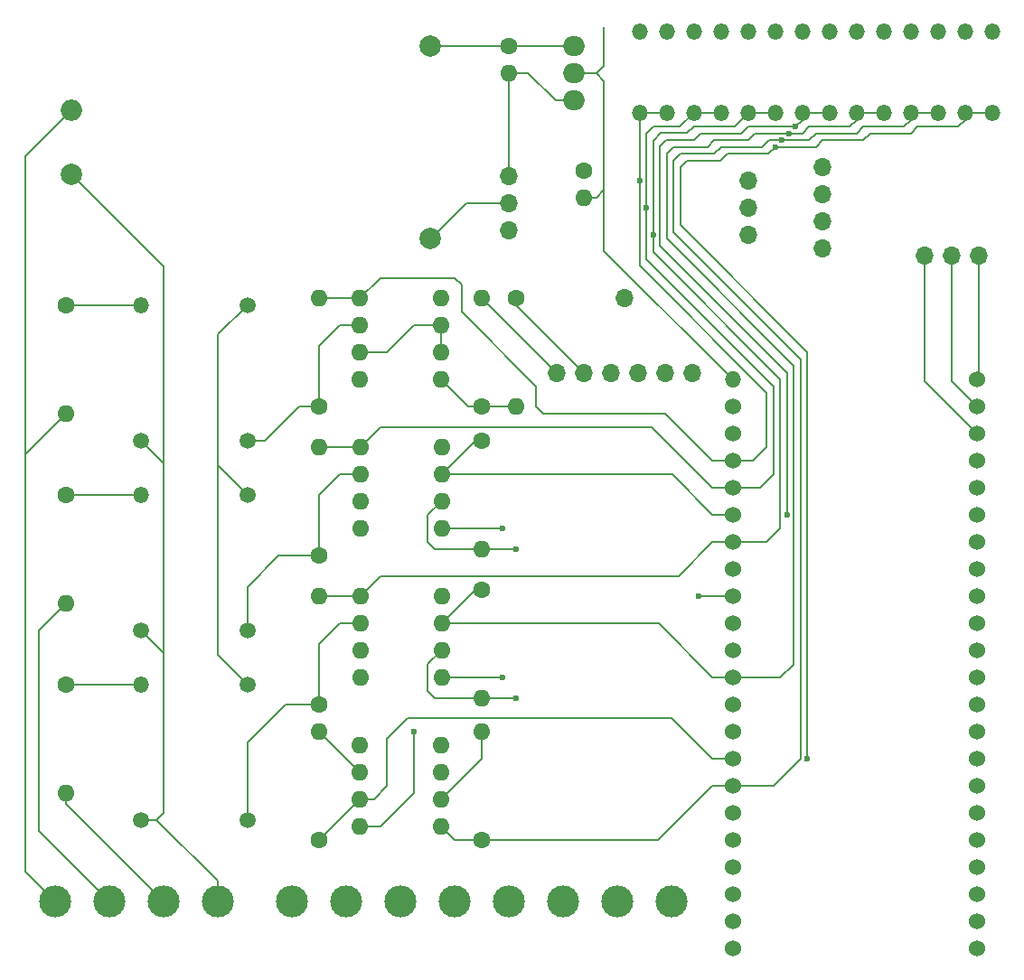
<source format=gbr>
%TF.GenerationSoftware,KiCad,Pcbnew,7.0.10*%
%TF.CreationDate,2024-05-27T19:38:20-03:00*%
%TF.ProjectId,board,626f6172-642e-46b6-9963-61645f706362,1.0*%
%TF.SameCoordinates,Original*%
%TF.FileFunction,Copper,L1,Top*%
%TF.FilePolarity,Positive*%
%FSLAX46Y46*%
G04 Gerber Fmt 4.6, Leading zero omitted, Abs format (unit mm)*
G04 Created by KiCad (PCBNEW 7.0.10) date 2024-05-27 19:38:20*
%MOMM*%
%LPD*%
G01*
G04 APERTURE LIST*
%TA.AperFunction,ComponentPad*%
%ADD10O,2.000000X2.000000*%
%TD*%
%TA.AperFunction,ComponentPad*%
%ADD11C,2.000000*%
%TD*%
%TA.AperFunction,ComponentPad*%
%ADD12O,1.600000X1.600000*%
%TD*%
%TA.AperFunction,ComponentPad*%
%ADD13O,1.500000X1.500000*%
%TD*%
%TA.AperFunction,ComponentPad*%
%ADD14C,1.600000*%
%TD*%
%TA.AperFunction,ComponentPad*%
%ADD15O,1.530000X1.530000*%
%TD*%
%TA.AperFunction,ComponentPad*%
%ADD16C,1.530000*%
%TD*%
%TA.AperFunction,ComponentPad*%
%ADD17O,1.508000X1.508000*%
%TD*%
%TA.AperFunction,ComponentPad*%
%ADD18C,1.508000*%
%TD*%
%TA.AperFunction,ComponentPad*%
%ADD19O,3.000000X3.000000*%
%TD*%
%TA.AperFunction,ComponentPad*%
%ADD20C,3.000000*%
%TD*%
%TA.AperFunction,ComponentPad*%
%ADD21O,1.700000X1.700000*%
%TD*%
%TA.AperFunction,ComponentPad*%
%ADD22O,2.000000X1.905000*%
%TD*%
%TA.AperFunction,ViaPad*%
%ADD23C,0.600000*%
%TD*%
%TA.AperFunction,Conductor*%
%ADD24C,0.200000*%
%TD*%
G04 APERTURE END LIST*
D10*
%TO.P,PS1,1,AC/L*%
%TO.N,Line A*%
X104883000Y-51193600D03*
D11*
%TO.P,PS1,2,AC/N*%
%TO.N,Neutral*%
X104883000Y-57193600D03*
%TO.P,PS1,3,-Vout*%
%TO.N,GND*%
X138483000Y-45193600D03*
%TO.P,PS1,4,+Vout*%
%TO.N,Net-(PS1-+Vout)*%
X138483000Y-63193600D03*
%TD*%
D12*
%TO.P,AMP3,1*%
%TO.N,Wave C*%
X131953000Y-96748600D03*
%TO.P,AMP3,2,-*%
%TO.N,TP C-1*%
X131953000Y-99288600D03*
%TO.P,AMP3,3,+*%
%TO.N,TC A-1*%
X131953000Y-101828600D03*
%TO.P,AMP3,4,V-*%
%TO.N,GND*%
X131953000Y-104368600D03*
%TO.P,AMP3,5,+*%
%TO.N,TC A-1*%
X139573000Y-104368600D03*
%TO.P,AMP3,6,-*%
%TO.N,TC B-2*%
X139573000Y-101828600D03*
%TO.P,AMP3,7*%
%TO.N,Current B*%
X139573000Y-99288600D03*
%TO.P,AMP3,8,V+*%
%TO.N,Vin*%
X139573000Y-96748600D03*
%TD*%
D13*
%TO.P,DZ14,1,K*%
%TO.N,Current N*%
X191135000Y-51435000D03*
%TO.P,DZ14,2,A*%
%TO.N,Vcc*%
X191135000Y-43815000D03*
%TD*%
D14*
%TO.P,R9,1*%
%TO.N,Current A*%
X143373000Y-82133600D03*
D12*
%TO.P,R9,2*%
%TO.N,TC A-2*%
X143373000Y-92293600D03*
%TD*%
D13*
%TO.P,DZ2,1,K*%
%TO.N,Wave A*%
X160655000Y-51435000D03*
%TO.P,DZ2,2,A*%
%TO.N,Vcc*%
X160655000Y-43815000D03*
%TD*%
D14*
%TO.P,R7,1*%
%TO.N,TP B-1*%
X128133000Y-92928600D03*
D12*
%TO.P,R7,2*%
%TO.N,Wave B*%
X128133000Y-82768600D03*
%TD*%
D15*
%TO.P,MCU1,J1_1,3V3*%
%TO.N,Vcc*%
X166868000Y-76418600D03*
D16*
%TO.P,MCU1,J1_2,3V3__1*%
%TO.N,unconnected-(MCU1-3V3__1-PadJ1_2)*%
X166868000Y-78958600D03*
%TO.P,MCU1,J1_3,RST*%
%TO.N,unconnected-(MCU1-RST-PadJ1_3)*%
X166868000Y-81498600D03*
%TO.P,MCU1,J1_4,GPIO4*%
%TO.N,Wave A*%
X166868000Y-84038600D03*
%TO.P,MCU1,J1_5,GPIO5*%
%TO.N,Wave B*%
X166868000Y-86578600D03*
%TO.P,MCU1,J1_6,GPIO6*%
%TO.N,Current A*%
X166868000Y-89118600D03*
%TO.P,MCU1,J1_7,GPIO7*%
%TO.N,Wave C*%
X166868000Y-91658600D03*
%TO.P,MCU1,J1_8,GPIO15*%
%TO.N,CS*%
X166868000Y-94198600D03*
%TO.P,MCU1,J1_9,GPIO16*%
%TO.N,MOSI*%
X166868000Y-96738600D03*
%TO.P,MCU1,J1_10,GPIO17*%
%TO.N,SCK*%
X166868000Y-99278600D03*
%TO.P,MCU1,J1_11,GPIO18*%
%TO.N,MISO*%
X166868000Y-101818600D03*
%TO.P,MCU1,J1_12,GPIO8*%
%TO.N,Current B*%
X166868000Y-104358600D03*
%TO.P,MCU1,J1_13,GPIO3*%
%TO.N,unconnected-(MCU1-GPIO3-PadJ1_13)*%
X166868000Y-106898600D03*
%TO.P,MCU1,J1_14,GPIO46*%
%TO.N,unconnected-(MCU1-GPIO46-PadJ1_14)*%
X166868000Y-109438600D03*
%TO.P,MCU1,J1_15,GPIO9*%
%TO.N,Current N*%
X166868000Y-111978600D03*
%TO.P,MCU1,J1_16,GPIO10*%
%TO.N,Current C*%
X166868000Y-114518600D03*
%TO.P,MCU1,J1_17,GPIO11*%
%TO.N,unconnected-(MCU1-GPIO11-PadJ1_17)*%
X166868000Y-117058600D03*
%TO.P,MCU1,J1_18,GPIO12*%
%TO.N,unconnected-(MCU1-GPIO12-PadJ1_18)*%
X166868000Y-119598600D03*
%TO.P,MCU1,J1_19,GPIO13*%
%TO.N,unconnected-(MCU1-GPIO13-PadJ1_19)*%
X166868000Y-122138600D03*
%TO.P,MCU1,J1_20,GPIO14*%
%TO.N,unconnected-(MCU1-GPIO14-PadJ1_20)*%
X166868000Y-124678600D03*
%TO.P,MCU1,J1_21,5V0*%
%TO.N,unconnected-(MCU1-5V0-PadJ1_21)*%
X166868000Y-127218600D03*
%TO.P,MCU1,J1_22,GND*%
%TO.N,unconnected-(MCU1-GND-PadJ1_22)*%
X166868000Y-129758600D03*
%TO.P,MCU1,J3_1,GND__1*%
%TO.N,GND*%
X189728000Y-76418600D03*
%TO.P,MCU1,J3_2,U0TXD/GPIO43*%
%TO.N,UART TX*%
X189728000Y-78958600D03*
%TO.P,MCU1,J3_3,U0RXD/GPIO44*%
%TO.N,UART RX*%
X189728000Y-81498600D03*
%TO.P,MCU1,J3_4,GPIO1*%
%TO.N,unconnected-(MCU1-GPIO1-PadJ3_4)*%
X189728000Y-84038600D03*
%TO.P,MCU1,J3_5,GPIO2*%
%TO.N,unconnected-(MCU1-GPIO2-PadJ3_5)*%
X189728000Y-86578600D03*
%TO.P,MCU1,J3_6,MTMS/GPIO42*%
%TO.N,unconnected-(MCU1-MTMS{slash}GPIO42-PadJ3_6)*%
X189728000Y-89118600D03*
%TO.P,MCU1,J3_7,MTDI/GPIO41*%
%TO.N,unconnected-(MCU1-MTDI{slash}GPIO41-PadJ3_7)*%
X189728000Y-91658600D03*
%TO.P,MCU1,J3_8,MTDO/GPIO40*%
%TO.N,unconnected-(MCU1-MTDO{slash}GPIO40-PadJ3_8)*%
X189728000Y-94198600D03*
%TO.P,MCU1,J3_9,MTCK/GPIO39*%
%TO.N,unconnected-(MCU1-MTCK{slash}GPIO39-PadJ3_9)*%
X189728000Y-96738600D03*
%TO.P,MCU1,J3_10,GPIO38*%
%TO.N,unconnected-(MCU1-GPIO38-PadJ3_10)*%
X189728000Y-99278600D03*
%TO.P,MCU1,J3_11,GPIO37*%
%TO.N,unconnected-(MCU1-GPIO37-PadJ3_11)*%
X189728000Y-101818600D03*
%TO.P,MCU1,J3_12,GPIO36*%
%TO.N,unconnected-(MCU1-GPIO36-PadJ3_12)*%
X189728000Y-104358600D03*
%TO.P,MCU1,J3_13,GPIO35*%
%TO.N,unconnected-(MCU1-GPIO35-PadJ3_13)*%
X189728000Y-106898600D03*
%TO.P,MCU1,J3_14,GPIO0*%
%TO.N,unconnected-(MCU1-GPIO0-PadJ3_14)*%
X189728000Y-109438600D03*
%TO.P,MCU1,J3_15,GPIO45*%
%TO.N,unconnected-(MCU1-GPIO45-PadJ3_15)*%
X189728000Y-111978600D03*
%TO.P,MCU1,J3_16,GPIO48*%
%TO.N,unconnected-(MCU1-GPIO48-PadJ3_16)*%
X189728000Y-114518600D03*
%TO.P,MCU1,J3_17,GPIO47*%
%TO.N,unconnected-(MCU1-GPIO47-PadJ3_17)*%
X189728000Y-117058600D03*
%TO.P,MCU1,J3_18,GPIO21*%
%TO.N,unconnected-(MCU1-GPIO21-PadJ3_18)*%
X189728000Y-119598600D03*
%TO.P,MCU1,J3_19,USB_D+/GPIO20*%
%TO.N,unconnected-(MCU1-USB_D+{slash}GPIO20-PadJ3_19)*%
X189728000Y-122138600D03*
%TO.P,MCU1,J3_20,USB_D-/GPIO19*%
%TO.N,unconnected-(MCU1-USB_D-{slash}GPIO19-PadJ3_20)*%
X189728000Y-124678600D03*
%TO.P,MCU1,J3_21,GND__2*%
%TO.N,unconnected-(MCU1-GND__2-PadJ3_21)*%
X189728000Y-127218600D03*
%TO.P,MCU1,J3_22,GND__3*%
%TO.N,unconnected-(MCU1-GND__3-PadJ3_22)*%
X189728000Y-129758600D03*
%TD*%
D13*
%TO.P,DZ13,1,K*%
%TO.N,GND*%
X188595000Y-43815000D03*
%TO.P,DZ13,2,A*%
%TO.N,Current N*%
X188595000Y-51435000D03*
%TD*%
D12*
%TO.P,AMP4,1*%
%TO.N,Current C*%
X139553000Y-118318600D03*
%TO.P,AMP4,2,-*%
%TO.N,TC C-2*%
X139553000Y-115778600D03*
%TO.P,AMP4,3,+*%
%TO.N,TC A-1*%
X139553000Y-113238600D03*
%TO.P,AMP4,4,V-*%
%TO.N,GND*%
X139553000Y-110698600D03*
%TO.P,AMP4,5,+*%
%TO.N,TC A-1*%
X131933000Y-110698600D03*
%TO.P,AMP4,6,-*%
%TO.N,TC N-2*%
X131933000Y-113238600D03*
%TO.P,AMP4,7*%
%TO.N,Current N*%
X131933000Y-115778600D03*
%TO.P,AMP4,8,V+*%
%TO.N,Vin*%
X131933000Y-118318600D03*
%TD*%
D13*
%TO.P,DZ6,1,K*%
%TO.N,Wave C*%
X170815000Y-51440000D03*
%TO.P,DZ6,2,A*%
%TO.N,Vcc*%
X170815000Y-43820000D03*
%TD*%
%TO.P,DZ5,1,K*%
%TO.N,GND*%
X168275000Y-43810000D03*
%TO.P,DZ5,2,A*%
%TO.N,Wave C*%
X168275000Y-51430000D03*
%TD*%
D17*
%TO.P,TP1,1*%
%TO.N,Net-(R3-Pad1)*%
X111385500Y-69433600D03*
D18*
%TO.P,TP1,2*%
%TO.N,Neutral*%
X111385500Y-82133600D03*
%TO.P,TP1,3*%
%TO.N,TP A-1*%
X121385500Y-82133600D03*
%TO.P,TP1,4*%
%TO.N,TC A-1*%
X121385500Y-69433600D03*
%TD*%
D19*
%TO.P,J6,1,Pin_1*%
%TO.N,TC A-1*%
X125593000Y-125313600D03*
D20*
%TO.P,J6,2,Pin_2*%
%TO.N,TC N-2*%
X130673000Y-125313600D03*
%TD*%
D21*
%TO.P,P1,1,Pin_1*%
%TO.N,UART RX*%
X184800000Y-64770000D03*
%TO.P,P1,2,Pin_2*%
%TO.N,UART TX*%
X187340000Y-64770000D03*
%TO.P,P1,3,Pin_3*%
%TO.N,GND*%
X189880000Y-64770000D03*
%TD*%
D14*
%TO.P,R2,1*%
%TO.N,V1.65*%
X143373000Y-78958600D03*
D12*
%TO.P,R2,2*%
%TO.N,GND*%
X143373000Y-68798600D03*
%TD*%
D14*
%TO.P,R11,1*%
%TO.N,Current C*%
X143373000Y-119598600D03*
D12*
%TO.P,R11,2*%
%TO.N,TC C-2*%
X143373000Y-109438600D03*
%TD*%
D13*
%TO.P,DZ11,1,K*%
%TO.N,GND*%
X183515000Y-43815000D03*
%TO.P,DZ11,2,A*%
%TO.N,Current C*%
X183515000Y-51435000D03*
%TD*%
D21*
%TO.P,SW1,1,C*%
%TO.N,Vin*%
X145913000Y-57368600D03*
%TO.P,SW1,2,B*%
%TO.N,Net-(PS1-+Vout)*%
X145913000Y-59908600D03*
%TO.P,SW1,3,A*%
%TO.N,unconnected-(SW1-A-Pad3)*%
X145913000Y-62448600D03*
%TD*%
D14*
%TO.P,R6,1*%
%TO.N,TP A-1*%
X128133000Y-78958600D03*
D12*
%TO.P,R6,2*%
%TO.N,Wave A*%
X128133000Y-68798600D03*
%TD*%
D13*
%TO.P,DZ3,1,K*%
%TO.N,GND*%
X163195000Y-43805000D03*
%TO.P,DZ3,2,A*%
%TO.N,Wave B*%
X163195000Y-51425000D03*
%TD*%
D14*
%TO.P,R10,1*%
%TO.N,Current B*%
X143373000Y-96103600D03*
D12*
%TO.P,R10,2*%
%TO.N,TC B-2*%
X143373000Y-106263600D03*
%TD*%
D17*
%TO.P,TP2,1*%
%TO.N,Net-(R4-Pad1)*%
X111385500Y-87213600D03*
D18*
%TO.P,TP2,2*%
%TO.N,Neutral*%
X111385500Y-99913600D03*
%TO.P,TP2,3*%
%TO.N,TP B-1*%
X121385500Y-99913600D03*
%TO.P,TP2,4*%
%TO.N,TC A-1*%
X121385500Y-87213600D03*
%TD*%
D14*
%TO.P,R3,1*%
%TO.N,Net-(R3-Pad1)*%
X104400500Y-69433600D03*
D12*
%TO.P,R3,2*%
%TO.N,Line A*%
X104400500Y-79593600D03*
%TD*%
D14*
%TO.P,R12,1*%
%TO.N,Current N*%
X128133000Y-119598600D03*
D12*
%TO.P,R12,2*%
%TO.N,TC N-2*%
X128133000Y-109438600D03*
%TD*%
D13*
%TO.P,DZ12,1,K*%
%TO.N,Current C*%
X186055000Y-51440000D03*
%TO.P,DZ12,2,A*%
%TO.N,Vcc*%
X186055000Y-43820000D03*
%TD*%
D12*
%TO.P,C2,1*%
%TO.N,Vcc*%
X152898000Y-59368600D03*
D14*
%TO.P,C2,2*%
%TO.N,GND*%
X152898000Y-56868600D03*
%TD*%
D19*
%TO.P,J3,1,Pin_1*%
%TO.N,TC A-1*%
X156073000Y-125313600D03*
D20*
%TO.P,J3,2,Pin_2*%
%TO.N,TC A-2*%
X161153000Y-125313600D03*
%TD*%
D19*
%TO.P,J1,1,Pin_1*%
%TO.N,Line A*%
X103368000Y-125313600D03*
D20*
%TO.P,J1,2,Pin_2*%
%TO.N,Line B*%
X108448000Y-125313600D03*
%TD*%
D21*
%TO.P,P4,1,Pin_1*%
%TO.N,Wave A*%
X168275000Y-57785000D03*
%TO.P,P4,2,Pin_2*%
%TO.N,Wave B*%
X168275000Y-60325000D03*
%TO.P,P4,3,Pin_3*%
%TO.N,Wave C*%
X168275000Y-62865000D03*
%TD*%
D13*
%TO.P,DZ9,1,K*%
%TO.N,GND*%
X178435000Y-43810000D03*
%TO.P,DZ9,2,A*%
%TO.N,Current B*%
X178435000Y-51430000D03*
%TD*%
%TO.P,DZ7,1,K*%
%TO.N,GND*%
X173355000Y-43810000D03*
%TO.P,DZ7,2,A*%
%TO.N,Current A*%
X173355000Y-51430000D03*
%TD*%
D19*
%TO.P,J5,1,Pin_1*%
%TO.N,TC A-1*%
X135753000Y-125313600D03*
D20*
%TO.P,J5,2,Pin_2*%
%TO.N,TC C-2*%
X140833000Y-125313600D03*
%TD*%
D21*
%TO.P,P5,1,Pin_1*%
%TO.N,GND*%
X150358000Y-75783600D03*
%TO.P,P5,2,Pin_2*%
%TO.N,Vcc*%
X152898000Y-75783600D03*
%TO.P,P5,3,Pin_3*%
%TO.N,MISO*%
X155438000Y-75783600D03*
%TO.P,P5,4,Pin_4*%
%TO.N,MOSI*%
X157978000Y-75783600D03*
%TO.P,P5,5,Pin_5*%
%TO.N,SCK*%
X160518000Y-75783600D03*
%TO.P,P5,6,Pin_6*%
%TO.N,CS*%
X163058000Y-75783600D03*
%TD*%
D13*
%TO.P,DZ4,1,K*%
%TO.N,Wave B*%
X165735000Y-51435000D03*
%TO.P,DZ4,2,A*%
%TO.N,Vcc*%
X165735000Y-43815000D03*
%TD*%
D21*
%TO.P,P3,1,Pin_1*%
%TO.N,Current A*%
X175260000Y-56525000D03*
%TO.P,P3,2,Pin_2*%
%TO.N,Current B*%
X175260000Y-59065000D03*
%TO.P,P3,3,Pin_3*%
%TO.N,Current C*%
X175260000Y-61605000D03*
%TO.P,P3,4,Pin_4*%
%TO.N,Current N*%
X175260000Y-64145000D03*
%TD*%
D17*
%TO.P,TP3,1*%
%TO.N,Net-(R5-Pad1)*%
X111385500Y-104993600D03*
D18*
%TO.P,TP3,2*%
%TO.N,Neutral*%
X111385500Y-117693600D03*
%TO.P,TP3,3*%
%TO.N,TP C-1*%
X121385500Y-117693600D03*
%TO.P,TP3,4*%
%TO.N,TC A-1*%
X121385500Y-104993600D03*
%TD*%
D13*
%TO.P,DZ1,1,K*%
%TO.N,GND*%
X158115000Y-43810000D03*
%TO.P,DZ1,2,A*%
%TO.N,Wave A*%
X158115000Y-51430000D03*
%TD*%
D12*
%TO.P,C1,1*%
%TO.N,Vin*%
X145913000Y-47693600D03*
D14*
%TO.P,C1,2*%
%TO.N,GND*%
X145913000Y-45193600D03*
%TD*%
%TO.P,R8,1*%
%TO.N,TP C-1*%
X128133000Y-106908600D03*
D12*
%TO.P,R8,2*%
%TO.N,Wave C*%
X128133000Y-96748600D03*
%TD*%
D19*
%TO.P,J2,1,Pin_1*%
%TO.N,Line C*%
X113528000Y-125313600D03*
D20*
%TO.P,J2,2,Pin_2*%
%TO.N,Neutral*%
X118608000Y-125313600D03*
%TD*%
D21*
%TO.P,P2,1,Pin_1*%
%TO.N,TC A-1*%
X156708000Y-68798600D03*
%TD*%
D22*
%TO.P,PS2,1,GND*%
%TO.N,GND*%
X151953000Y-45193600D03*
%TO.P,PS2,2,VO*%
%TO.N,Vcc*%
X151953000Y-47733600D03*
%TO.P,PS2,3,VI*%
%TO.N,Vin*%
X151953000Y-50273600D03*
%TD*%
D13*
%TO.P,DZ8,1,K*%
%TO.N,Current A*%
X175895000Y-51440000D03*
%TO.P,DZ8,2,A*%
%TO.N,Vcc*%
X175895000Y-43820000D03*
%TD*%
%TO.P,DZ10,1,K*%
%TO.N,Current B*%
X180975000Y-51440000D03*
%TO.P,DZ10,2,A*%
%TO.N,Vcc*%
X180975000Y-43820000D03*
%TD*%
D14*
%TO.P,R4,1*%
%TO.N,Net-(R4-Pad1)*%
X104400500Y-87213600D03*
D12*
%TO.P,R4,2*%
%TO.N,Line B*%
X104400500Y-97373600D03*
%TD*%
D14*
%TO.P,R5,1*%
%TO.N,Net-(R5-Pad1)*%
X104400500Y-104993600D03*
D12*
%TO.P,R5,2*%
%TO.N,Line C*%
X104400500Y-115153600D03*
%TD*%
D14*
%TO.P,R1,1*%
%TO.N,Vcc*%
X146548000Y-68798600D03*
D12*
%TO.P,R1,2*%
%TO.N,V1.65*%
X146548000Y-78958600D03*
%TD*%
D19*
%TO.P,J4,1,Pin_1*%
%TO.N,TC A-1*%
X145913000Y-125313600D03*
D20*
%TO.P,J4,2,Pin_2*%
%TO.N,TC B-2*%
X150993000Y-125313600D03*
%TD*%
D12*
%TO.P,AMP2,1*%
%TO.N,Wave B*%
X131953000Y-82778600D03*
%TO.P,AMP2,2,-*%
%TO.N,TP B-1*%
X131953000Y-85318600D03*
%TO.P,AMP2,3,+*%
%TO.N,TC A-1*%
X131953000Y-87858600D03*
%TO.P,AMP2,4,V-*%
%TO.N,GND*%
X131953000Y-90398600D03*
%TO.P,AMP2,5,+*%
%TO.N,TC A-1*%
X139573000Y-90398600D03*
%TO.P,AMP2,6,-*%
%TO.N,TC A-2*%
X139573000Y-87858600D03*
%TO.P,AMP2,7*%
%TO.N,Current A*%
X139573000Y-85318600D03*
%TO.P,AMP2,8,V+*%
%TO.N,Vin*%
X139573000Y-82778600D03*
%TD*%
%TO.P,AMP1,1*%
%TO.N,Wave A*%
X131943000Y-68798600D03*
%TO.P,AMP1,2,-*%
%TO.N,TP A-1*%
X131943000Y-71338600D03*
%TO.P,AMP1,3,+*%
%TO.N,TC A-1*%
X131943000Y-73878600D03*
%TO.P,AMP1,4,V-*%
%TO.N,GND*%
X131943000Y-76418600D03*
%TO.P,AMP1,5,+*%
%TO.N,V1.65*%
X139563000Y-76418600D03*
%TO.P,AMP1,6,-*%
%TO.N,TC A-1*%
X139563000Y-73878600D03*
%TO.P,AMP1,7*%
X139563000Y-71338600D03*
%TO.P,AMP1,8,V+*%
%TO.N,Vin*%
X139563000Y-68798600D03*
%TD*%
D23*
%TO.N,Wave C*%
X159385000Y-62865000D03*
%TO.N,Wave A*%
X158115000Y-57785000D03*
%TO.N,Current A*%
X172720000Y-52705000D03*
%TO.N,Current B*%
X172085000Y-53340000D03*
%TO.N,Current C*%
X171450000Y-53975000D03*
%TO.N,Current N*%
X170815000Y-54610000D03*
%TO.N,Current A*%
X171948000Y-89118600D03*
%TO.N,Current N*%
X173853000Y-111978600D03*
%TO.N,TC A-2*%
X146548000Y-92293600D03*
%TO.N,TC A-1*%
X145278000Y-104368600D03*
X145278000Y-90388600D03*
%TO.N,TC B-2*%
X146548000Y-106263600D03*
%TO.N,Wave B*%
X158750000Y-60325000D03*
%TO.N,MOSI*%
X163693000Y-96738600D03*
%TO.N,Vin*%
X137023000Y-109438600D03*
%TD*%
D24*
%TO.N,Wave C*%
X159385000Y-62865000D02*
X159385000Y-64490600D01*
%TO.N,Wave A*%
X168773000Y-84038600D02*
X166868000Y-84038600D01*
X170043000Y-82768600D02*
X168773000Y-84038600D01*
X158115000Y-65760600D02*
X170043000Y-77688600D01*
X170043000Y-77688600D02*
X170043000Y-82768600D01*
X158115000Y-62865000D02*
X158115000Y-65760600D01*
X158115000Y-62865000D02*
X158115000Y-51430000D01*
%TO.N,Wave B*%
X159385000Y-52705000D02*
X161915000Y-52705000D01*
X158750000Y-53340000D02*
X159385000Y-52705000D01*
X158750000Y-60325000D02*
X158750000Y-53340000D01*
X169408000Y-86578600D02*
X166868000Y-86578600D01*
X158750000Y-60325000D02*
X158750000Y-65125600D01*
X158750000Y-65125600D02*
X170678000Y-77053600D01*
X170678000Y-77053600D02*
X170678000Y-85308600D01*
X161915000Y-52705000D02*
X163195000Y-51425000D01*
X170678000Y-85308600D02*
X169408000Y-86578600D01*
%TO.N,Wave C*%
X167005000Y-52700000D02*
X168275000Y-51430000D01*
X163200000Y-52700000D02*
X167005000Y-52700000D01*
X162565000Y-53335000D02*
X163200000Y-52700000D01*
X160091000Y-53335000D02*
X162565000Y-53335000D01*
X159385000Y-54041000D02*
X160091000Y-53335000D01*
X159385000Y-57785000D02*
X159385000Y-54041000D01*
X170043000Y-91658600D02*
X166868000Y-91658600D01*
X159385000Y-57785000D02*
X159385000Y-62865000D01*
X171313000Y-90388600D02*
X170043000Y-91658600D01*
X159385000Y-64490600D02*
X171313000Y-76418600D01*
X171313000Y-76418600D02*
X171313000Y-90388600D01*
%TO.N,Current A*%
X172725000Y-52705000D02*
X173355000Y-52075000D01*
X172720000Y-52705000D02*
X172725000Y-52705000D01*
X172720000Y-52710000D02*
X172720000Y-52705000D01*
%TO.N,Current B*%
X172085000Y-53340000D02*
X168910000Y-53345000D01*
%TO.N,Current N*%
X170815000Y-54610000D02*
X174625000Y-54615000D01*
%TO.N,Current C*%
X183515000Y-52075000D02*
X183515000Y-51435000D01*
X182880000Y-52710000D02*
X183515000Y-52075000D01*
X179070000Y-52710000D02*
X182880000Y-52710000D01*
X178435000Y-53345000D02*
X179070000Y-52710000D01*
X174625000Y-53345000D02*
X178435000Y-53345000D01*
X171455000Y-53980000D02*
X173990000Y-53980000D01*
X170678000Y-114518600D02*
X166868000Y-114518600D01*
X173218000Y-111978600D02*
X170678000Y-114518600D01*
X173218000Y-74513600D02*
X173218000Y-111978600D01*
X161290000Y-62585600D02*
X173218000Y-74513600D01*
X161290000Y-55880000D02*
X161290000Y-62585600D01*
X161925000Y-55245000D02*
X161290000Y-55880000D01*
X165735000Y-54615000D02*
X165105000Y-55245000D01*
X169614314Y-54615000D02*
X165735000Y-54615000D01*
X171450000Y-53975000D02*
X170254314Y-53975000D01*
X170254314Y-53975000D02*
X169614314Y-54615000D01*
X173990000Y-53980000D02*
X174625000Y-53345000D01*
X165105000Y-55245000D02*
X161925000Y-55245000D01*
%TO.N,Current B*%
X171313000Y-104358600D02*
X166868000Y-104358600D01*
X172548000Y-75113600D02*
X172548000Y-103123600D01*
X160655000Y-63220600D02*
X172548000Y-75113600D01*
X160655000Y-55245000D02*
X160655000Y-63220600D01*
X161285000Y-54615000D02*
X160655000Y-55245000D01*
X164465000Y-54615000D02*
X161285000Y-54615000D01*
X165100000Y-53980000D02*
X164465000Y-54615000D01*
X168275000Y-53980000D02*
X165100000Y-53980000D01*
X168910000Y-53345000D02*
X168275000Y-53980000D01*
X172085000Y-53345000D02*
X172085000Y-53340000D01*
X173990000Y-52710000D02*
X177800000Y-52710000D01*
X172548000Y-103123600D02*
X171313000Y-104358600D01*
X178435000Y-52075000D02*
X178435000Y-51430000D01*
X172085000Y-53345000D02*
X173355000Y-53345000D01*
X173355000Y-53345000D02*
X173990000Y-52710000D01*
X177800000Y-52710000D02*
X178435000Y-52075000D01*
%TO.N,Current A*%
X173355000Y-52075000D02*
X173355000Y-51430000D01*
X172720000Y-52710000D02*
X172720000Y-52710000D01*
X171948000Y-75783600D02*
X171948000Y-89118600D01*
X160020000Y-63855600D02*
X171948000Y-75783600D01*
X160020000Y-54578250D02*
X160020000Y-63855600D01*
X163205000Y-53975000D02*
X160623250Y-53975000D01*
X163835000Y-53345000D02*
X163205000Y-53975000D01*
X167640000Y-53345000D02*
X163835000Y-53345000D01*
X172720000Y-52710000D02*
X168275000Y-52710000D01*
X168275000Y-52710000D02*
X167640000Y-53345000D01*
X160623250Y-53975000D02*
X160020000Y-54578250D01*
%TO.N,Current N*%
X188595000Y-52075000D02*
X188595000Y-51435000D01*
X183515000Y-53345000D02*
X184150000Y-52710000D01*
X179070000Y-53980000D02*
X179705000Y-53345000D01*
X179705000Y-53345000D02*
X183515000Y-53345000D01*
X184150000Y-52710000D02*
X187960000Y-52710000D01*
X175260000Y-53980000D02*
X179070000Y-53980000D01*
X170810000Y-54615000D02*
X170815000Y-54610000D01*
X170180000Y-55245000D02*
X170810000Y-54615000D01*
X174625000Y-54615000D02*
X175260000Y-53980000D01*
X187960000Y-52710000D02*
X188595000Y-52075000D01*
X170170000Y-55255000D02*
X170180000Y-55245000D01*
X165725000Y-55880000D02*
X166350000Y-55255000D01*
X162560000Y-55880000D02*
X165725000Y-55880000D01*
X161925000Y-56515000D02*
X162560000Y-55880000D01*
X166350000Y-55255000D02*
X170170000Y-55255000D01*
X161925000Y-61950600D02*
X161925000Y-56515000D01*
X173853000Y-73878600D02*
X161925000Y-61950600D01*
X173853000Y-111978600D02*
X173853000Y-73878600D01*
%TO.N,Wave B*%
X163205000Y-51435000D02*
X163195000Y-51425000D01*
X165735000Y-51435000D02*
X163205000Y-51435000D01*
%TO.N,Wave A*%
X160650000Y-51430000D02*
X160655000Y-51435000D01*
X158115000Y-51430000D02*
X160650000Y-51430000D01*
%TO.N,GND*%
X189880000Y-76266600D02*
X189728000Y-76418600D01*
X189880000Y-64770000D02*
X189880000Y-76266600D01*
%TO.N,UART TX*%
X187340000Y-76570600D02*
X187340000Y-64770000D01*
X189728000Y-78958600D02*
X187340000Y-76570600D01*
%TO.N,UART RX*%
X189728000Y-81498600D02*
X184800000Y-76570600D01*
X184800000Y-76570600D02*
X184800000Y-64770000D01*
%TO.N,Vcc*%
X154803000Y-46988600D02*
X154058000Y-47733600D01*
X154803000Y-43357800D02*
X154803000Y-46988600D01*
%TO.N,Line B*%
X101860500Y-99913600D02*
X104400500Y-97373600D01*
X101860500Y-118726100D02*
X101860500Y-99913600D01*
X108448000Y-125313600D02*
X101860500Y-118726100D01*
%TO.N,Line A*%
X103368000Y-125313600D02*
X100590500Y-122536100D01*
X100590500Y-55486100D02*
X104883000Y-51193600D01*
X100590500Y-83403600D02*
X104400500Y-79593600D01*
X100590500Y-122536100D02*
X100590500Y-83403600D01*
X100590500Y-83403600D02*
X100590500Y-55486100D01*
%TO.N,Neutral*%
X113528000Y-102056100D02*
X113290500Y-101818600D01*
X112893000Y-117693600D02*
X113528000Y-117058600D01*
X113528000Y-102056100D02*
X113528000Y-84276100D01*
X111385500Y-117693600D02*
X112893000Y-117693600D01*
X113528000Y-65838600D02*
X104883000Y-57193600D01*
X113528000Y-117058600D02*
X113528000Y-102056100D01*
X113528000Y-84276100D02*
X113290500Y-84038600D01*
X113290500Y-101818600D02*
X111385500Y-99913600D01*
X118608000Y-125313600D02*
X118608000Y-123408600D01*
X113290500Y-84038600D02*
X111385500Y-82133600D01*
X113528000Y-84276100D02*
X113528000Y-65838600D01*
X118608000Y-123408600D02*
X112893000Y-117693600D01*
%TO.N,Line C*%
X104400500Y-115153600D02*
X104400500Y-116186100D01*
X104400500Y-116186100D02*
X113528000Y-125313600D01*
%TO.N,Net-(R3-Pad1)*%
X104400500Y-69433600D02*
X111385500Y-69433600D01*
%TO.N,Net-(R4-Pad1)*%
X104400500Y-87213600D02*
X111385500Y-87213600D01*
%TO.N,Net-(R5-Pad1)*%
X104400500Y-104993600D02*
X111385500Y-104993600D01*
%TO.N,Vcc*%
X166868000Y-76418600D02*
X154803000Y-64353600D01*
X146548000Y-69433600D02*
X152898000Y-75783600D01*
X154073000Y-59368600D02*
X152898000Y-59368600D01*
X154803000Y-48478600D02*
X154803000Y-58638600D01*
X154803000Y-58638600D02*
X154073000Y-59368600D01*
X154058000Y-47733600D02*
X154803000Y-48478600D01*
X146548000Y-68798600D02*
X146548000Y-69433600D01*
X151953000Y-47733600D02*
X154058000Y-47733600D01*
X154803000Y-64353600D02*
X154803000Y-58638600D01*
%TO.N,GND*%
X145913000Y-45193600D02*
X138483000Y-45193600D01*
X145913000Y-45193600D02*
X151953000Y-45193600D01*
X143373000Y-68798600D02*
X150358000Y-75783600D01*
%TO.N,Current A*%
X139573000Y-85318600D02*
X161163000Y-85318600D01*
X161163000Y-85318600D02*
X164963000Y-89118600D01*
X173355000Y-51430000D02*
X175885000Y-51430000D01*
X164963000Y-89118600D02*
X166868000Y-89118600D01*
X142758000Y-82133600D02*
X143373000Y-82133600D01*
X139573000Y-85318600D02*
X142758000Y-82133600D01*
X175885000Y-51430000D02*
X175895000Y-51440000D01*
%TO.N,Current B*%
X142758000Y-96103600D02*
X143373000Y-96103600D01*
X164963000Y-104358600D02*
X166868000Y-104358600D01*
X139573000Y-99288600D02*
X142758000Y-96103600D01*
X159893000Y-99288600D02*
X164963000Y-104358600D01*
X178435000Y-51430000D02*
X180965000Y-51430000D01*
X139573000Y-99288600D02*
X159893000Y-99288600D01*
X180965000Y-51430000D02*
X180975000Y-51440000D01*
%TO.N,Current C*%
X183515000Y-51435000D02*
X186050000Y-51435000D01*
X140833000Y-119598600D02*
X139553000Y-118318600D01*
X164963000Y-114518600D02*
X166868000Y-114518600D01*
X143373000Y-119598600D02*
X140833000Y-119598600D01*
X159883000Y-119598600D02*
X164963000Y-114518600D01*
X143373000Y-119598600D02*
X159883000Y-119598600D01*
X186050000Y-51435000D02*
X186055000Y-51440000D01*
%TO.N,Current N*%
X188595000Y-51435000D02*
X191135000Y-51435000D01*
X131933000Y-115778600D02*
X133223000Y-115778600D01*
X128133000Y-119598600D02*
X131933000Y-115798600D01*
X131933000Y-115798600D02*
X131933000Y-115778600D01*
X134483000Y-114518600D02*
X134483000Y-110073600D01*
X133223000Y-115778600D02*
X134483000Y-114518600D01*
X136388000Y-108168600D02*
X161153000Y-108168600D01*
X164963000Y-111978600D02*
X166868000Y-111978600D01*
X134483000Y-110073600D02*
X136388000Y-108168600D01*
X161153000Y-108168600D02*
X164963000Y-111978600D01*
%TO.N,TC A-2*%
X138293000Y-91658600D02*
X138293000Y-89138600D01*
X138928000Y-92293600D02*
X138293000Y-91658600D01*
X143373000Y-92293600D02*
X146548000Y-92293600D01*
X143373000Y-92293600D02*
X138928000Y-92293600D01*
X138293000Y-89138600D02*
X139573000Y-87858600D01*
%TO.N,TC A-1*%
X137023000Y-71338600D02*
X134483000Y-73878600D01*
X118608000Y-84436100D02*
X121385500Y-87213600D01*
X139563000Y-71338600D02*
X139563000Y-73878600D01*
X121385500Y-104993600D02*
X118608000Y-102216100D01*
X145268000Y-90398600D02*
X145278000Y-90388600D01*
X139563000Y-71338600D02*
X137023000Y-71338600D01*
X145278000Y-104368600D02*
X139573000Y-104368600D01*
X134483000Y-73878600D02*
X131943000Y-73878600D01*
X118608000Y-102216100D02*
X118608000Y-84436100D01*
X139573000Y-90398600D02*
X145268000Y-90398600D01*
X118608000Y-72211100D02*
X118608000Y-84436100D01*
X121385500Y-69433600D02*
X118608000Y-72211100D01*
%TO.N,TP A-1*%
X123053000Y-82133600D02*
X126228000Y-78958600D01*
X121385500Y-82133600D02*
X123053000Y-82133600D01*
X126228000Y-78958600D02*
X128133000Y-78958600D01*
X128133000Y-78958600D02*
X128133000Y-73243600D01*
X130038000Y-71338600D02*
X131943000Y-71338600D01*
X128133000Y-73243600D02*
X130038000Y-71338600D01*
%TO.N,TP C-1*%
X124948000Y-106908600D02*
X128133000Y-106908600D01*
X121385500Y-117693600D02*
X121385500Y-110471100D01*
X130028000Y-99288600D02*
X131953000Y-99288600D01*
X128133000Y-106908600D02*
X128133000Y-101183600D01*
X128133000Y-101183600D02*
X130028000Y-99288600D01*
X121385500Y-110471100D02*
X124948000Y-106908600D01*
%TO.N,TP B-1*%
X128133000Y-92928600D02*
X128133000Y-87213600D01*
X121385500Y-95866100D02*
X124323000Y-92928600D01*
X128133000Y-87213600D02*
X130028000Y-85318600D01*
X124323000Y-92928600D02*
X128133000Y-92928600D01*
X121385500Y-99913600D02*
X121385500Y-95866100D01*
X130028000Y-85318600D02*
X131953000Y-85318600D01*
%TO.N,V1.65*%
X146548000Y-78958600D02*
X143373000Y-78958600D01*
X142103000Y-78958600D02*
X139563000Y-76418600D01*
X143373000Y-78958600D02*
X142103000Y-78958600D01*
%TO.N,TC B-2*%
X146548000Y-106263600D02*
X143373000Y-106263600D01*
X138293000Y-105628600D02*
X138928000Y-106263600D01*
X138293000Y-103108600D02*
X138293000Y-105628600D01*
X139573000Y-101828600D02*
X138293000Y-103108600D01*
X138928000Y-106263600D02*
X143373000Y-106263600D01*
%TO.N,Wave A*%
X148453000Y-77053600D02*
X148453000Y-78958600D01*
X141468000Y-70068600D02*
X148453000Y-77053600D01*
X141468000Y-67528600D02*
X141468000Y-70068600D01*
X149088000Y-79593600D02*
X160518000Y-79593600D01*
X133848000Y-66893600D02*
X140833000Y-66893600D01*
X131943000Y-68798600D02*
X133848000Y-66893600D01*
X148453000Y-78958600D02*
X149088000Y-79593600D01*
X131943000Y-68798600D02*
X128133000Y-68798600D01*
X164963000Y-84038600D02*
X166868000Y-84038600D01*
X160518000Y-79593600D02*
X164963000Y-84038600D01*
X140833000Y-66893600D02*
X141468000Y-67528600D01*
%TO.N,Wave B*%
X131943000Y-82768600D02*
X131953000Y-82778600D01*
X159248000Y-80863600D02*
X164963000Y-86578600D01*
X131953000Y-82778600D02*
X133848000Y-80883600D01*
X133848000Y-80863600D02*
X159248000Y-80863600D01*
X164963000Y-86578600D02*
X166868000Y-86578600D01*
X128133000Y-82768600D02*
X131943000Y-82768600D01*
X133848000Y-80883600D02*
X133848000Y-80863600D01*
%TO.N,Wave C*%
X161788000Y-94833600D02*
X164963000Y-91658600D01*
X168275000Y-51430000D02*
X170805000Y-51430000D01*
X164963000Y-91658600D02*
X166868000Y-91658600D01*
X128133000Y-96748600D02*
X131953000Y-96748600D01*
X170805000Y-51430000D02*
X170815000Y-51440000D01*
X133868000Y-94833600D02*
X161788000Y-94833600D01*
X131953000Y-96748600D02*
X133868000Y-94833600D01*
%TO.N,MOSI*%
X163693000Y-96738600D02*
X166868000Y-96738600D01*
%TO.N,TC N-2*%
X131933000Y-113238600D02*
X128133000Y-109438600D01*
%TO.N,Vin*%
X150248000Y-50273600D02*
X151953000Y-50273600D01*
X145913000Y-47693600D02*
X147668000Y-47693600D01*
X133858000Y-118318600D02*
X131933000Y-118318600D01*
X137023000Y-115153600D02*
X133858000Y-118318600D01*
X145913000Y-57368600D02*
X145913000Y-47693600D01*
X137023000Y-109438600D02*
X137023000Y-115153600D01*
X147668000Y-47693600D02*
X150248000Y-50273600D01*
%TO.N,TC C-2*%
X143373000Y-111958600D02*
X143373000Y-109438600D01*
X139553000Y-115778600D02*
X143373000Y-111958600D01*
%TO.N,Net-(PS1-+Vout)*%
X138483000Y-63193600D02*
X138580500Y-63193600D01*
X141865500Y-59908600D02*
X145913000Y-59908600D01*
X138580500Y-63193600D02*
X141865500Y-59908600D01*
%TD*%
M02*

</source>
